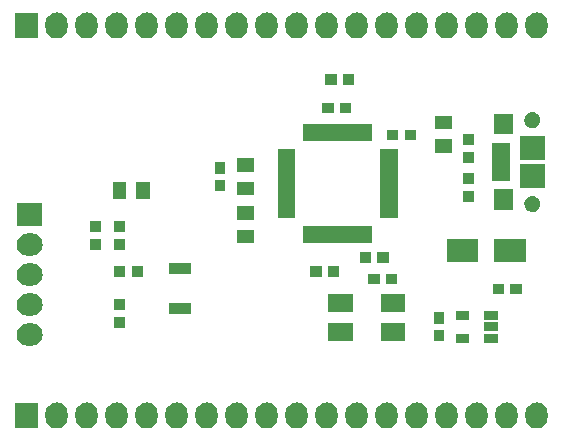
<source format=gts>
%TF.GenerationSoftware,KiCad,Pcbnew,4.0.5-e0-6337~49~ubuntu16.04.1*%
%TF.CreationDate,2017-08-05T13:29:44-07:00*%
%TF.ProjectId,atsamd21g18-breakout,617473616D6432316731382D62726561,1.0*%
%TF.FileFunction,Soldermask,Top*%
%FSLAX46Y46*%
G04 Gerber Fmt 4.6, Leading zero omitted, Abs format (unit mm)*
G04 Created by KiCad (PCBNEW 4.0.5-e0-6337~49~ubuntu16.04.1) date Sat Aug  5 13:29:44 2017*
%MOMM*%
%LPD*%
G01*
G04 APERTURE LIST*
%ADD10C,0.350000*%
G04 APERTURE END LIST*
D10*
G36*
X87818926Y-90361705D02*
X87818973Y-90361710D01*
X87994187Y-90415948D01*
X88155529Y-90503185D01*
X88296855Y-90620100D01*
X88412779Y-90762238D01*
X88498888Y-90924185D01*
X88551902Y-91099774D01*
X88569800Y-91282315D01*
X88569800Y-91597717D01*
X88569723Y-91608749D01*
X88569722Y-91608754D01*
X88569708Y-91610807D01*
X88549263Y-91793080D01*
X88493803Y-91967912D01*
X88405442Y-92128641D01*
X88287544Y-92269146D01*
X88144600Y-92384076D01*
X87982055Y-92469052D01*
X87806101Y-92520839D01*
X87806060Y-92520843D01*
X87806056Y-92520844D01*
X87623442Y-92537463D01*
X87441074Y-92518295D01*
X87441027Y-92518290D01*
X87265813Y-92464052D01*
X87104471Y-92376815D01*
X86963145Y-92259900D01*
X86847221Y-92117762D01*
X86761112Y-91955815D01*
X86708098Y-91780226D01*
X86690200Y-91597685D01*
X86690200Y-91282283D01*
X86690277Y-91271251D01*
X86690278Y-91271246D01*
X86690292Y-91269193D01*
X86710737Y-91086920D01*
X86766197Y-90912088D01*
X86854558Y-90751359D01*
X86972456Y-90610854D01*
X87115400Y-90495924D01*
X87277945Y-90410948D01*
X87453899Y-90359161D01*
X87453940Y-90359157D01*
X87453944Y-90359156D01*
X87636558Y-90342537D01*
X87818926Y-90361705D01*
X87818926Y-90361705D01*
G37*
G36*
X108138926Y-90361705D02*
X108138973Y-90361710D01*
X108314187Y-90415948D01*
X108475529Y-90503185D01*
X108616855Y-90620100D01*
X108732779Y-90762238D01*
X108818888Y-90924185D01*
X108871902Y-91099774D01*
X108889800Y-91282315D01*
X108889800Y-91597717D01*
X108889723Y-91608749D01*
X108889722Y-91608754D01*
X108889708Y-91610807D01*
X108869263Y-91793080D01*
X108813803Y-91967912D01*
X108725442Y-92128641D01*
X108607544Y-92269146D01*
X108464600Y-92384076D01*
X108302055Y-92469052D01*
X108126101Y-92520839D01*
X108126060Y-92520843D01*
X108126056Y-92520844D01*
X107943442Y-92537463D01*
X107761074Y-92518295D01*
X107761027Y-92518290D01*
X107585813Y-92464052D01*
X107424471Y-92376815D01*
X107283145Y-92259900D01*
X107167221Y-92117762D01*
X107081112Y-91955815D01*
X107028098Y-91780226D01*
X107010200Y-91597685D01*
X107010200Y-91282283D01*
X107010277Y-91271251D01*
X107010278Y-91271246D01*
X107010292Y-91269193D01*
X107030737Y-91086920D01*
X107086197Y-90912088D01*
X107174558Y-90751359D01*
X107292456Y-90610854D01*
X107435400Y-90495924D01*
X107597945Y-90410948D01*
X107773899Y-90359161D01*
X107773940Y-90359157D01*
X107773944Y-90359156D01*
X107956558Y-90342537D01*
X108138926Y-90361705D01*
X108138926Y-90361705D01*
G37*
G36*
X67498926Y-90361705D02*
X67498973Y-90361710D01*
X67674187Y-90415948D01*
X67835529Y-90503185D01*
X67976855Y-90620100D01*
X68092779Y-90762238D01*
X68178888Y-90924185D01*
X68231902Y-91099774D01*
X68249800Y-91282315D01*
X68249800Y-91597717D01*
X68249723Y-91608749D01*
X68249722Y-91608754D01*
X68249708Y-91610807D01*
X68229263Y-91793080D01*
X68173803Y-91967912D01*
X68085442Y-92128641D01*
X67967544Y-92269146D01*
X67824600Y-92384076D01*
X67662055Y-92469052D01*
X67486101Y-92520839D01*
X67486060Y-92520843D01*
X67486056Y-92520844D01*
X67303442Y-92537463D01*
X67121074Y-92518295D01*
X67121027Y-92518290D01*
X66945813Y-92464052D01*
X66784471Y-92376815D01*
X66643145Y-92259900D01*
X66527221Y-92117762D01*
X66441112Y-91955815D01*
X66388098Y-91780226D01*
X66370200Y-91597685D01*
X66370200Y-91282283D01*
X66370277Y-91271251D01*
X66370278Y-91271246D01*
X66370292Y-91269193D01*
X66390737Y-91086920D01*
X66446197Y-90912088D01*
X66534558Y-90751359D01*
X66652456Y-90610854D01*
X66795400Y-90495924D01*
X66957945Y-90410948D01*
X67133899Y-90359161D01*
X67133940Y-90359157D01*
X67133944Y-90359156D01*
X67316558Y-90342537D01*
X67498926Y-90361705D01*
X67498926Y-90361705D01*
G37*
G36*
X105598926Y-90361705D02*
X105598973Y-90361710D01*
X105774187Y-90415948D01*
X105935529Y-90503185D01*
X106076855Y-90620100D01*
X106192779Y-90762238D01*
X106278888Y-90924185D01*
X106331902Y-91099774D01*
X106349800Y-91282315D01*
X106349800Y-91597717D01*
X106349723Y-91608749D01*
X106349722Y-91608754D01*
X106349708Y-91610807D01*
X106329263Y-91793080D01*
X106273803Y-91967912D01*
X106185442Y-92128641D01*
X106067544Y-92269146D01*
X105924600Y-92384076D01*
X105762055Y-92469052D01*
X105586101Y-92520839D01*
X105586060Y-92520843D01*
X105586056Y-92520844D01*
X105403442Y-92537463D01*
X105221074Y-92518295D01*
X105221027Y-92518290D01*
X105045813Y-92464052D01*
X104884471Y-92376815D01*
X104743145Y-92259900D01*
X104627221Y-92117762D01*
X104541112Y-91955815D01*
X104488098Y-91780226D01*
X104470200Y-91597685D01*
X104470200Y-91282283D01*
X104470277Y-91271251D01*
X104470278Y-91271246D01*
X104470292Y-91269193D01*
X104490737Y-91086920D01*
X104546197Y-90912088D01*
X104634558Y-90751359D01*
X104752456Y-90610854D01*
X104895400Y-90495924D01*
X105057945Y-90410948D01*
X105233899Y-90359161D01*
X105233940Y-90359157D01*
X105233944Y-90359156D01*
X105416558Y-90342537D01*
X105598926Y-90361705D01*
X105598926Y-90361705D01*
G37*
G36*
X103058926Y-90361705D02*
X103058973Y-90361710D01*
X103234187Y-90415948D01*
X103395529Y-90503185D01*
X103536855Y-90620100D01*
X103652779Y-90762238D01*
X103738888Y-90924185D01*
X103791902Y-91099774D01*
X103809800Y-91282315D01*
X103809800Y-91597717D01*
X103809723Y-91608749D01*
X103809722Y-91608754D01*
X103809708Y-91610807D01*
X103789263Y-91793080D01*
X103733803Y-91967912D01*
X103645442Y-92128641D01*
X103527544Y-92269146D01*
X103384600Y-92384076D01*
X103222055Y-92469052D01*
X103046101Y-92520839D01*
X103046060Y-92520843D01*
X103046056Y-92520844D01*
X102863442Y-92537463D01*
X102681074Y-92518295D01*
X102681027Y-92518290D01*
X102505813Y-92464052D01*
X102344471Y-92376815D01*
X102203145Y-92259900D01*
X102087221Y-92117762D01*
X102001112Y-91955815D01*
X101948098Y-91780226D01*
X101930200Y-91597685D01*
X101930200Y-91282283D01*
X101930277Y-91271251D01*
X101930278Y-91271246D01*
X101930292Y-91269193D01*
X101950737Y-91086920D01*
X102006197Y-90912088D01*
X102094558Y-90751359D01*
X102212456Y-90610854D01*
X102355400Y-90495924D01*
X102517945Y-90410948D01*
X102693899Y-90359161D01*
X102693940Y-90359157D01*
X102693944Y-90359156D01*
X102876558Y-90342537D01*
X103058926Y-90361705D01*
X103058926Y-90361705D01*
G37*
G36*
X100518926Y-90361705D02*
X100518973Y-90361710D01*
X100694187Y-90415948D01*
X100855529Y-90503185D01*
X100996855Y-90620100D01*
X101112779Y-90762238D01*
X101198888Y-90924185D01*
X101251902Y-91099774D01*
X101269800Y-91282315D01*
X101269800Y-91597717D01*
X101269723Y-91608749D01*
X101269722Y-91608754D01*
X101269708Y-91610807D01*
X101249263Y-91793080D01*
X101193803Y-91967912D01*
X101105442Y-92128641D01*
X100987544Y-92269146D01*
X100844600Y-92384076D01*
X100682055Y-92469052D01*
X100506101Y-92520839D01*
X100506060Y-92520843D01*
X100506056Y-92520844D01*
X100323442Y-92537463D01*
X100141074Y-92518295D01*
X100141027Y-92518290D01*
X99965813Y-92464052D01*
X99804471Y-92376815D01*
X99663145Y-92259900D01*
X99547221Y-92117762D01*
X99461112Y-91955815D01*
X99408098Y-91780226D01*
X99390200Y-91597685D01*
X99390200Y-91282283D01*
X99390277Y-91271251D01*
X99390278Y-91271246D01*
X99390292Y-91269193D01*
X99410737Y-91086920D01*
X99466197Y-90912088D01*
X99554558Y-90751359D01*
X99672456Y-90610854D01*
X99815400Y-90495924D01*
X99977945Y-90410948D01*
X100153899Y-90359161D01*
X100153940Y-90359157D01*
X100153944Y-90359156D01*
X100336558Y-90342537D01*
X100518926Y-90361705D01*
X100518926Y-90361705D01*
G37*
G36*
X97978926Y-90361705D02*
X97978973Y-90361710D01*
X98154187Y-90415948D01*
X98315529Y-90503185D01*
X98456855Y-90620100D01*
X98572779Y-90762238D01*
X98658888Y-90924185D01*
X98711902Y-91099774D01*
X98729800Y-91282315D01*
X98729800Y-91597717D01*
X98729723Y-91608749D01*
X98729722Y-91608754D01*
X98729708Y-91610807D01*
X98709263Y-91793080D01*
X98653803Y-91967912D01*
X98565442Y-92128641D01*
X98447544Y-92269146D01*
X98304600Y-92384076D01*
X98142055Y-92469052D01*
X97966101Y-92520839D01*
X97966060Y-92520843D01*
X97966056Y-92520844D01*
X97783442Y-92537463D01*
X97601074Y-92518295D01*
X97601027Y-92518290D01*
X97425813Y-92464052D01*
X97264471Y-92376815D01*
X97123145Y-92259900D01*
X97007221Y-92117762D01*
X96921112Y-91955815D01*
X96868098Y-91780226D01*
X96850200Y-91597685D01*
X96850200Y-91282283D01*
X96850277Y-91271251D01*
X96850278Y-91271246D01*
X96850292Y-91269193D01*
X96870737Y-91086920D01*
X96926197Y-90912088D01*
X97014558Y-90751359D01*
X97132456Y-90610854D01*
X97275400Y-90495924D01*
X97437945Y-90410948D01*
X97613899Y-90359161D01*
X97613940Y-90359157D01*
X97613944Y-90359156D01*
X97796558Y-90342537D01*
X97978926Y-90361705D01*
X97978926Y-90361705D01*
G37*
G36*
X95438926Y-90361705D02*
X95438973Y-90361710D01*
X95614187Y-90415948D01*
X95775529Y-90503185D01*
X95916855Y-90620100D01*
X96032779Y-90762238D01*
X96118888Y-90924185D01*
X96171902Y-91099774D01*
X96189800Y-91282315D01*
X96189800Y-91597717D01*
X96189723Y-91608749D01*
X96189722Y-91608754D01*
X96189708Y-91610807D01*
X96169263Y-91793080D01*
X96113803Y-91967912D01*
X96025442Y-92128641D01*
X95907544Y-92269146D01*
X95764600Y-92384076D01*
X95602055Y-92469052D01*
X95426101Y-92520839D01*
X95426060Y-92520843D01*
X95426056Y-92520844D01*
X95243442Y-92537463D01*
X95061074Y-92518295D01*
X95061027Y-92518290D01*
X94885813Y-92464052D01*
X94724471Y-92376815D01*
X94583145Y-92259900D01*
X94467221Y-92117762D01*
X94381112Y-91955815D01*
X94328098Y-91780226D01*
X94310200Y-91597685D01*
X94310200Y-91282283D01*
X94310277Y-91271251D01*
X94310278Y-91271246D01*
X94310292Y-91269193D01*
X94330737Y-91086920D01*
X94386197Y-90912088D01*
X94474558Y-90751359D01*
X94592456Y-90610854D01*
X94735400Y-90495924D01*
X94897945Y-90410948D01*
X95073899Y-90359161D01*
X95073940Y-90359157D01*
X95073944Y-90359156D01*
X95256558Y-90342537D01*
X95438926Y-90361705D01*
X95438926Y-90361705D01*
G37*
G36*
X92898926Y-90361705D02*
X92898973Y-90361710D01*
X93074187Y-90415948D01*
X93235529Y-90503185D01*
X93376855Y-90620100D01*
X93492779Y-90762238D01*
X93578888Y-90924185D01*
X93631902Y-91099774D01*
X93649800Y-91282315D01*
X93649800Y-91597717D01*
X93649723Y-91608749D01*
X93649722Y-91608754D01*
X93649708Y-91610807D01*
X93629263Y-91793080D01*
X93573803Y-91967912D01*
X93485442Y-92128641D01*
X93367544Y-92269146D01*
X93224600Y-92384076D01*
X93062055Y-92469052D01*
X92886101Y-92520839D01*
X92886060Y-92520843D01*
X92886056Y-92520844D01*
X92703442Y-92537463D01*
X92521074Y-92518295D01*
X92521027Y-92518290D01*
X92345813Y-92464052D01*
X92184471Y-92376815D01*
X92043145Y-92259900D01*
X91927221Y-92117762D01*
X91841112Y-91955815D01*
X91788098Y-91780226D01*
X91770200Y-91597685D01*
X91770200Y-91282283D01*
X91770277Y-91271251D01*
X91770278Y-91271246D01*
X91770292Y-91269193D01*
X91790737Y-91086920D01*
X91846197Y-90912088D01*
X91934558Y-90751359D01*
X92052456Y-90610854D01*
X92195400Y-90495924D01*
X92357945Y-90410948D01*
X92533899Y-90359161D01*
X92533940Y-90359157D01*
X92533944Y-90359156D01*
X92716558Y-90342537D01*
X92898926Y-90361705D01*
X92898926Y-90361705D01*
G37*
G36*
X85278926Y-90361705D02*
X85278973Y-90361710D01*
X85454187Y-90415948D01*
X85615529Y-90503185D01*
X85756855Y-90620100D01*
X85872779Y-90762238D01*
X85958888Y-90924185D01*
X86011902Y-91099774D01*
X86029800Y-91282315D01*
X86029800Y-91597717D01*
X86029723Y-91608749D01*
X86029722Y-91608754D01*
X86029708Y-91610807D01*
X86009263Y-91793080D01*
X85953803Y-91967912D01*
X85865442Y-92128641D01*
X85747544Y-92269146D01*
X85604600Y-92384076D01*
X85442055Y-92469052D01*
X85266101Y-92520839D01*
X85266060Y-92520843D01*
X85266056Y-92520844D01*
X85083442Y-92537463D01*
X84901074Y-92518295D01*
X84901027Y-92518290D01*
X84725813Y-92464052D01*
X84564471Y-92376815D01*
X84423145Y-92259900D01*
X84307221Y-92117762D01*
X84221112Y-91955815D01*
X84168098Y-91780226D01*
X84150200Y-91597685D01*
X84150200Y-91282283D01*
X84150277Y-91271251D01*
X84150278Y-91271246D01*
X84150292Y-91269193D01*
X84170737Y-91086920D01*
X84226197Y-90912088D01*
X84314558Y-90751359D01*
X84432456Y-90610854D01*
X84575400Y-90495924D01*
X84737945Y-90410948D01*
X84913899Y-90359161D01*
X84913940Y-90359157D01*
X84913944Y-90359156D01*
X85096558Y-90342537D01*
X85278926Y-90361705D01*
X85278926Y-90361705D01*
G37*
G36*
X90358926Y-90361705D02*
X90358973Y-90361710D01*
X90534187Y-90415948D01*
X90695529Y-90503185D01*
X90836855Y-90620100D01*
X90952779Y-90762238D01*
X91038888Y-90924185D01*
X91091902Y-91099774D01*
X91109800Y-91282315D01*
X91109800Y-91597717D01*
X91109723Y-91608749D01*
X91109722Y-91608754D01*
X91109708Y-91610807D01*
X91089263Y-91793080D01*
X91033803Y-91967912D01*
X90945442Y-92128641D01*
X90827544Y-92269146D01*
X90684600Y-92384076D01*
X90522055Y-92469052D01*
X90346101Y-92520839D01*
X90346060Y-92520843D01*
X90346056Y-92520844D01*
X90163442Y-92537463D01*
X89981074Y-92518295D01*
X89981027Y-92518290D01*
X89805813Y-92464052D01*
X89644471Y-92376815D01*
X89503145Y-92259900D01*
X89387221Y-92117762D01*
X89301112Y-91955815D01*
X89248098Y-91780226D01*
X89230200Y-91597685D01*
X89230200Y-91282283D01*
X89230277Y-91271251D01*
X89230278Y-91271246D01*
X89230292Y-91269193D01*
X89250737Y-91086920D01*
X89306197Y-90912088D01*
X89394558Y-90751359D01*
X89512456Y-90610854D01*
X89655400Y-90495924D01*
X89817945Y-90410948D01*
X89993899Y-90359161D01*
X89993940Y-90359157D01*
X89993944Y-90359156D01*
X90176558Y-90342537D01*
X90358926Y-90361705D01*
X90358926Y-90361705D01*
G37*
G36*
X70038926Y-90361705D02*
X70038973Y-90361710D01*
X70214187Y-90415948D01*
X70375529Y-90503185D01*
X70516855Y-90620100D01*
X70632779Y-90762238D01*
X70718888Y-90924185D01*
X70771902Y-91099774D01*
X70789800Y-91282315D01*
X70789800Y-91597717D01*
X70789723Y-91608749D01*
X70789722Y-91608754D01*
X70789708Y-91610807D01*
X70769263Y-91793080D01*
X70713803Y-91967912D01*
X70625442Y-92128641D01*
X70507544Y-92269146D01*
X70364600Y-92384076D01*
X70202055Y-92469052D01*
X70026101Y-92520839D01*
X70026060Y-92520843D01*
X70026056Y-92520844D01*
X69843442Y-92537463D01*
X69661074Y-92518295D01*
X69661027Y-92518290D01*
X69485813Y-92464052D01*
X69324471Y-92376815D01*
X69183145Y-92259900D01*
X69067221Y-92117762D01*
X68981112Y-91955815D01*
X68928098Y-91780226D01*
X68910200Y-91597685D01*
X68910200Y-91282283D01*
X68910277Y-91271251D01*
X68910278Y-91271246D01*
X68910292Y-91269193D01*
X68930737Y-91086920D01*
X68986197Y-90912088D01*
X69074558Y-90751359D01*
X69192456Y-90610854D01*
X69335400Y-90495924D01*
X69497945Y-90410948D01*
X69673899Y-90359161D01*
X69673940Y-90359157D01*
X69673944Y-90359156D01*
X69856558Y-90342537D01*
X70038926Y-90361705D01*
X70038926Y-90361705D01*
G37*
G36*
X72578926Y-90361705D02*
X72578973Y-90361710D01*
X72754187Y-90415948D01*
X72915529Y-90503185D01*
X73056855Y-90620100D01*
X73172779Y-90762238D01*
X73258888Y-90924185D01*
X73311902Y-91099774D01*
X73329800Y-91282315D01*
X73329800Y-91597717D01*
X73329723Y-91608749D01*
X73329722Y-91608754D01*
X73329708Y-91610807D01*
X73309263Y-91793080D01*
X73253803Y-91967912D01*
X73165442Y-92128641D01*
X73047544Y-92269146D01*
X72904600Y-92384076D01*
X72742055Y-92469052D01*
X72566101Y-92520839D01*
X72566060Y-92520843D01*
X72566056Y-92520844D01*
X72383442Y-92537463D01*
X72201074Y-92518295D01*
X72201027Y-92518290D01*
X72025813Y-92464052D01*
X71864471Y-92376815D01*
X71723145Y-92259900D01*
X71607221Y-92117762D01*
X71521112Y-91955815D01*
X71468098Y-91780226D01*
X71450200Y-91597685D01*
X71450200Y-91282283D01*
X71450277Y-91271251D01*
X71450278Y-91271246D01*
X71450292Y-91269193D01*
X71470737Y-91086920D01*
X71526197Y-90912088D01*
X71614558Y-90751359D01*
X71732456Y-90610854D01*
X71875400Y-90495924D01*
X72037945Y-90410948D01*
X72213899Y-90359161D01*
X72213940Y-90359157D01*
X72213944Y-90359156D01*
X72396558Y-90342537D01*
X72578926Y-90361705D01*
X72578926Y-90361705D01*
G37*
G36*
X75118926Y-90361705D02*
X75118973Y-90361710D01*
X75294187Y-90415948D01*
X75455529Y-90503185D01*
X75596855Y-90620100D01*
X75712779Y-90762238D01*
X75798888Y-90924185D01*
X75851902Y-91099774D01*
X75869800Y-91282315D01*
X75869800Y-91597717D01*
X75869723Y-91608749D01*
X75869722Y-91608754D01*
X75869708Y-91610807D01*
X75849263Y-91793080D01*
X75793803Y-91967912D01*
X75705442Y-92128641D01*
X75587544Y-92269146D01*
X75444600Y-92384076D01*
X75282055Y-92469052D01*
X75106101Y-92520839D01*
X75106060Y-92520843D01*
X75106056Y-92520844D01*
X74923442Y-92537463D01*
X74741074Y-92518295D01*
X74741027Y-92518290D01*
X74565813Y-92464052D01*
X74404471Y-92376815D01*
X74263145Y-92259900D01*
X74147221Y-92117762D01*
X74061112Y-91955815D01*
X74008098Y-91780226D01*
X73990200Y-91597685D01*
X73990200Y-91282283D01*
X73990277Y-91271251D01*
X73990278Y-91271246D01*
X73990292Y-91269193D01*
X74010737Y-91086920D01*
X74066197Y-90912088D01*
X74154558Y-90751359D01*
X74272456Y-90610854D01*
X74415400Y-90495924D01*
X74577945Y-90410948D01*
X74753899Y-90359161D01*
X74753940Y-90359157D01*
X74753944Y-90359156D01*
X74936558Y-90342537D01*
X75118926Y-90361705D01*
X75118926Y-90361705D01*
G37*
G36*
X80198926Y-90361705D02*
X80198973Y-90361710D01*
X80374187Y-90415948D01*
X80535529Y-90503185D01*
X80676855Y-90620100D01*
X80792779Y-90762238D01*
X80878888Y-90924185D01*
X80931902Y-91099774D01*
X80949800Y-91282315D01*
X80949800Y-91597717D01*
X80949723Y-91608749D01*
X80949722Y-91608754D01*
X80949708Y-91610807D01*
X80929263Y-91793080D01*
X80873803Y-91967912D01*
X80785442Y-92128641D01*
X80667544Y-92269146D01*
X80524600Y-92384076D01*
X80362055Y-92469052D01*
X80186101Y-92520839D01*
X80186060Y-92520843D01*
X80186056Y-92520844D01*
X80003442Y-92537463D01*
X79821074Y-92518295D01*
X79821027Y-92518290D01*
X79645813Y-92464052D01*
X79484471Y-92376815D01*
X79343145Y-92259900D01*
X79227221Y-92117762D01*
X79141112Y-91955815D01*
X79088098Y-91780226D01*
X79070200Y-91597685D01*
X79070200Y-91282283D01*
X79070277Y-91271251D01*
X79070278Y-91271246D01*
X79070292Y-91269193D01*
X79090737Y-91086920D01*
X79146197Y-90912088D01*
X79234558Y-90751359D01*
X79352456Y-90610854D01*
X79495400Y-90495924D01*
X79657945Y-90410948D01*
X79833899Y-90359161D01*
X79833940Y-90359157D01*
X79833944Y-90359156D01*
X80016558Y-90342537D01*
X80198926Y-90361705D01*
X80198926Y-90361705D01*
G37*
G36*
X82738926Y-90361705D02*
X82738973Y-90361710D01*
X82914187Y-90415948D01*
X83075529Y-90503185D01*
X83216855Y-90620100D01*
X83332779Y-90762238D01*
X83418888Y-90924185D01*
X83471902Y-91099774D01*
X83489800Y-91282315D01*
X83489800Y-91597717D01*
X83489723Y-91608749D01*
X83489722Y-91608754D01*
X83489708Y-91610807D01*
X83469263Y-91793080D01*
X83413803Y-91967912D01*
X83325442Y-92128641D01*
X83207544Y-92269146D01*
X83064600Y-92384076D01*
X82902055Y-92469052D01*
X82726101Y-92520839D01*
X82726060Y-92520843D01*
X82726056Y-92520844D01*
X82543442Y-92537463D01*
X82361074Y-92518295D01*
X82361027Y-92518290D01*
X82185813Y-92464052D01*
X82024471Y-92376815D01*
X81883145Y-92259900D01*
X81767221Y-92117762D01*
X81681112Y-91955815D01*
X81628098Y-91780226D01*
X81610200Y-91597685D01*
X81610200Y-91282283D01*
X81610277Y-91271251D01*
X81610278Y-91271246D01*
X81610292Y-91269193D01*
X81630737Y-91086920D01*
X81686197Y-90912088D01*
X81774558Y-90751359D01*
X81892456Y-90610854D01*
X82035400Y-90495924D01*
X82197945Y-90410948D01*
X82373899Y-90359161D01*
X82373940Y-90359157D01*
X82373944Y-90359156D01*
X82556558Y-90342537D01*
X82738926Y-90361705D01*
X82738926Y-90361705D01*
G37*
G36*
X77658926Y-90361705D02*
X77658973Y-90361710D01*
X77834187Y-90415948D01*
X77995529Y-90503185D01*
X78136855Y-90620100D01*
X78252779Y-90762238D01*
X78338888Y-90924185D01*
X78391902Y-91099774D01*
X78409800Y-91282315D01*
X78409800Y-91597717D01*
X78409723Y-91608749D01*
X78409722Y-91608754D01*
X78409708Y-91610807D01*
X78389263Y-91793080D01*
X78333803Y-91967912D01*
X78245442Y-92128641D01*
X78127544Y-92269146D01*
X77984600Y-92384076D01*
X77822055Y-92469052D01*
X77646101Y-92520839D01*
X77646060Y-92520843D01*
X77646056Y-92520844D01*
X77463442Y-92537463D01*
X77281074Y-92518295D01*
X77281027Y-92518290D01*
X77105813Y-92464052D01*
X76944471Y-92376815D01*
X76803145Y-92259900D01*
X76687221Y-92117762D01*
X76601112Y-91955815D01*
X76548098Y-91780226D01*
X76530200Y-91597685D01*
X76530200Y-91282283D01*
X76530277Y-91271251D01*
X76530278Y-91271246D01*
X76530292Y-91269193D01*
X76550737Y-91086920D01*
X76606197Y-90912088D01*
X76694558Y-90751359D01*
X76812456Y-90610854D01*
X76955400Y-90495924D01*
X77117945Y-90410948D01*
X77293899Y-90359161D01*
X77293940Y-90359157D01*
X77293944Y-90359156D01*
X77476558Y-90342537D01*
X77658926Y-90361705D01*
X77658926Y-90361705D01*
G37*
G36*
X65709800Y-92532200D02*
X63830200Y-92532200D01*
X63830200Y-90347800D01*
X65709800Y-90347800D01*
X65709800Y-92532200D01*
X65709800Y-92532200D01*
G37*
G36*
X65192749Y-83642277D02*
X65192754Y-83642278D01*
X65194807Y-83642292D01*
X65377080Y-83662737D01*
X65551912Y-83718197D01*
X65712641Y-83806558D01*
X65853146Y-83924456D01*
X65968076Y-84067400D01*
X66053052Y-84229945D01*
X66104839Y-84405899D01*
X66104843Y-84405940D01*
X66104844Y-84405944D01*
X66121463Y-84588558D01*
X66103648Y-84758056D01*
X66102290Y-84770973D01*
X66048052Y-84946187D01*
X65960815Y-85107529D01*
X65843900Y-85248855D01*
X65701762Y-85364779D01*
X65539815Y-85450888D01*
X65364226Y-85503902D01*
X65181685Y-85521800D01*
X64866283Y-85521800D01*
X64855251Y-85521723D01*
X64855246Y-85521722D01*
X64853193Y-85521708D01*
X64670920Y-85501263D01*
X64496088Y-85445803D01*
X64335359Y-85357442D01*
X64194854Y-85239544D01*
X64079924Y-85096600D01*
X63994948Y-84934055D01*
X63943161Y-84758101D01*
X63943157Y-84758060D01*
X63943156Y-84758056D01*
X63926537Y-84575442D01*
X63945705Y-84393074D01*
X63945710Y-84393027D01*
X63999948Y-84217813D01*
X64087185Y-84056471D01*
X64204100Y-83915145D01*
X64346238Y-83799221D01*
X64508185Y-83713112D01*
X64683774Y-83660098D01*
X64866315Y-83642200D01*
X65181717Y-83642200D01*
X65192749Y-83642277D01*
X65192749Y-83642277D01*
G37*
G36*
X102246200Y-85307000D02*
X101093800Y-85307000D01*
X101093800Y-84554600D01*
X102246200Y-84554600D01*
X102246200Y-85307000D01*
X102246200Y-85307000D01*
G37*
G36*
X104646200Y-85307000D02*
X103493800Y-85307000D01*
X103493800Y-84554600D01*
X104646200Y-84554600D01*
X104646200Y-85307000D01*
X104646200Y-85307000D01*
G37*
G36*
X100146200Y-85161200D02*
X99243800Y-85161200D01*
X99243800Y-84208800D01*
X100146200Y-84208800D01*
X100146200Y-85161200D01*
X100146200Y-85161200D01*
G37*
G36*
X92372700Y-85155700D02*
X90315300Y-85155700D01*
X90315300Y-83606300D01*
X92372700Y-83606300D01*
X92372700Y-85155700D01*
X92372700Y-85155700D01*
G37*
G36*
X96843100Y-85155700D02*
X94785700Y-85155700D01*
X94785700Y-83606300D01*
X96843100Y-83606300D01*
X96843100Y-85155700D01*
X96843100Y-85155700D01*
G37*
G36*
X104646200Y-84317000D02*
X103493800Y-84317000D01*
X103493800Y-83564600D01*
X104646200Y-83564600D01*
X104646200Y-84317000D01*
X104646200Y-84317000D01*
G37*
G36*
X73095200Y-84030200D02*
X72192800Y-84030200D01*
X72192800Y-83077800D01*
X73095200Y-83077800D01*
X73095200Y-84030200D01*
X73095200Y-84030200D01*
G37*
G36*
X100146200Y-83661200D02*
X99243800Y-83661200D01*
X99243800Y-82708800D01*
X100146200Y-82708800D01*
X100146200Y-83661200D01*
X100146200Y-83661200D01*
G37*
G36*
X104646200Y-83327000D02*
X103493800Y-83327000D01*
X103493800Y-82574600D01*
X104646200Y-82574600D01*
X104646200Y-83327000D01*
X104646200Y-83327000D01*
G37*
G36*
X102246200Y-83327000D02*
X101093800Y-83327000D01*
X101093800Y-82574600D01*
X102246200Y-82574600D01*
X102246200Y-83327000D01*
X102246200Y-83327000D01*
G37*
G36*
X65192749Y-81102277D02*
X65192754Y-81102278D01*
X65194807Y-81102292D01*
X65377080Y-81122737D01*
X65551912Y-81178197D01*
X65712641Y-81266558D01*
X65853146Y-81384456D01*
X65968076Y-81527400D01*
X66053052Y-81689945D01*
X66104839Y-81865899D01*
X66104843Y-81865940D01*
X66104844Y-81865944D01*
X66121463Y-82048558D01*
X66103648Y-82218056D01*
X66102290Y-82230973D01*
X66048052Y-82406187D01*
X65960815Y-82567529D01*
X65843900Y-82708855D01*
X65701762Y-82824779D01*
X65539815Y-82910888D01*
X65364226Y-82963902D01*
X65181685Y-82981800D01*
X64866283Y-82981800D01*
X64855251Y-82981723D01*
X64855246Y-82981722D01*
X64853193Y-82981708D01*
X64670920Y-82961263D01*
X64496088Y-82905803D01*
X64335359Y-82817442D01*
X64194854Y-82699544D01*
X64079924Y-82556600D01*
X63994948Y-82394055D01*
X63943161Y-82218101D01*
X63943157Y-82218060D01*
X63943156Y-82218056D01*
X63926537Y-82035442D01*
X63945705Y-81853074D01*
X63945710Y-81853027D01*
X63999948Y-81677813D01*
X64087185Y-81516471D01*
X64204100Y-81375145D01*
X64346238Y-81259221D01*
X64508185Y-81173112D01*
X64683774Y-81120098D01*
X64866315Y-81102200D01*
X65181717Y-81102200D01*
X65192749Y-81102277D01*
X65192749Y-81102277D01*
G37*
G36*
X78650200Y-82870200D02*
X76797800Y-82870200D01*
X76797800Y-81917800D01*
X78650200Y-81917800D01*
X78650200Y-82870200D01*
X78650200Y-82870200D01*
G37*
G36*
X96843100Y-82666500D02*
X94785700Y-82666500D01*
X94785700Y-81117100D01*
X96843100Y-81117100D01*
X96843100Y-82666500D01*
X96843100Y-82666500D01*
G37*
G36*
X92372700Y-82666500D02*
X90315300Y-82666500D01*
X90315300Y-81117100D01*
X92372700Y-81117100D01*
X92372700Y-82666500D01*
X92372700Y-82666500D01*
G37*
G36*
X73095200Y-82530200D02*
X72192800Y-82530200D01*
X72192800Y-81577800D01*
X73095200Y-81577800D01*
X73095200Y-82530200D01*
X73095200Y-82530200D01*
G37*
G36*
X105173600Y-81197800D02*
X104221200Y-81197800D01*
X104221200Y-80295400D01*
X105173600Y-80295400D01*
X105173600Y-81197800D01*
X105173600Y-81197800D01*
G37*
G36*
X106673600Y-81197800D02*
X105721200Y-81197800D01*
X105721200Y-80295400D01*
X106673600Y-80295400D01*
X106673600Y-81197800D01*
X106673600Y-81197800D01*
G37*
G36*
X65192749Y-78562277D02*
X65192754Y-78562278D01*
X65194807Y-78562292D01*
X65377080Y-78582737D01*
X65551912Y-78638197D01*
X65712641Y-78726558D01*
X65853146Y-78844456D01*
X65968076Y-78987400D01*
X66053052Y-79149945D01*
X66104839Y-79325899D01*
X66104843Y-79325940D01*
X66104844Y-79325944D01*
X66121463Y-79508558D01*
X66103648Y-79678056D01*
X66102290Y-79690973D01*
X66048052Y-79866187D01*
X65960815Y-80027529D01*
X65843900Y-80168855D01*
X65701762Y-80284779D01*
X65539815Y-80370888D01*
X65364226Y-80423902D01*
X65181685Y-80441800D01*
X64866283Y-80441800D01*
X64855251Y-80441723D01*
X64855246Y-80441722D01*
X64853193Y-80441708D01*
X64670920Y-80421263D01*
X64496088Y-80365803D01*
X64335359Y-80277442D01*
X64194854Y-80159544D01*
X64079924Y-80016600D01*
X63994948Y-79854055D01*
X63943161Y-79678101D01*
X63943157Y-79678060D01*
X63943156Y-79678056D01*
X63926537Y-79495442D01*
X63945705Y-79313074D01*
X63945710Y-79313027D01*
X63999948Y-79137813D01*
X64087185Y-78976471D01*
X64204100Y-78835145D01*
X64346238Y-78719221D01*
X64508185Y-78633112D01*
X64683774Y-78580098D01*
X64866315Y-78562200D01*
X65181717Y-78562200D01*
X65192749Y-78562277D01*
X65192749Y-78562277D01*
G37*
G36*
X94670200Y-80343000D02*
X93717800Y-80343000D01*
X93717800Y-79440600D01*
X94670200Y-79440600D01*
X94670200Y-80343000D01*
X94670200Y-80343000D01*
G37*
G36*
X96170200Y-80343000D02*
X95217800Y-80343000D01*
X95217800Y-79440600D01*
X96170200Y-79440600D01*
X96170200Y-80343000D01*
X96170200Y-80343000D01*
G37*
G36*
X74644200Y-79699200D02*
X73691800Y-79699200D01*
X73691800Y-78796800D01*
X74644200Y-78796800D01*
X74644200Y-79699200D01*
X74644200Y-79699200D01*
G37*
G36*
X73144200Y-79699200D02*
X72191800Y-79699200D01*
X72191800Y-78796800D01*
X73144200Y-78796800D01*
X73144200Y-79699200D01*
X73144200Y-79699200D01*
G37*
G36*
X89757200Y-79699200D02*
X88804800Y-79699200D01*
X88804800Y-78796800D01*
X89757200Y-78796800D01*
X89757200Y-79699200D01*
X89757200Y-79699200D01*
G37*
G36*
X91257200Y-79699200D02*
X90304800Y-79699200D01*
X90304800Y-78796800D01*
X91257200Y-78796800D01*
X91257200Y-79699200D01*
X91257200Y-79699200D01*
G37*
G36*
X78650200Y-79470200D02*
X76797800Y-79470200D01*
X76797800Y-78517800D01*
X78650200Y-78517800D01*
X78650200Y-79470200D01*
X78650200Y-79470200D01*
G37*
G36*
X93920200Y-78543000D02*
X92967800Y-78543000D01*
X92967800Y-77640600D01*
X93920200Y-77640600D01*
X93920200Y-78543000D01*
X93920200Y-78543000D01*
G37*
G36*
X95420200Y-78543000D02*
X94467800Y-78543000D01*
X94467800Y-77640600D01*
X95420200Y-77640600D01*
X95420200Y-78543000D01*
X95420200Y-78543000D01*
G37*
G36*
X107025440Y-78472030D02*
X104373680Y-78472030D01*
X104373680Y-76518770D01*
X107025440Y-76518770D01*
X107025440Y-78472030D01*
X107025440Y-78472030D01*
G37*
G36*
X103027480Y-78472030D02*
X100375720Y-78472030D01*
X100375720Y-76518770D01*
X103027480Y-76518770D01*
X103027480Y-78472030D01*
X103027480Y-78472030D01*
G37*
G36*
X65192749Y-76022277D02*
X65192754Y-76022278D01*
X65194807Y-76022292D01*
X65377080Y-76042737D01*
X65551912Y-76098197D01*
X65712641Y-76186558D01*
X65853146Y-76304456D01*
X65968076Y-76447400D01*
X66053052Y-76609945D01*
X66104839Y-76785899D01*
X66104843Y-76785940D01*
X66104844Y-76785944D01*
X66121463Y-76968558D01*
X66103648Y-77138056D01*
X66102290Y-77150973D01*
X66048052Y-77326187D01*
X65960815Y-77487529D01*
X65843900Y-77628855D01*
X65701762Y-77744779D01*
X65539815Y-77830888D01*
X65364226Y-77883902D01*
X65181685Y-77901800D01*
X64866283Y-77901800D01*
X64855251Y-77901723D01*
X64855246Y-77901722D01*
X64853193Y-77901708D01*
X64670920Y-77881263D01*
X64496088Y-77825803D01*
X64335359Y-77737442D01*
X64194854Y-77619544D01*
X64079924Y-77476600D01*
X63994948Y-77314055D01*
X63943161Y-77138101D01*
X63943157Y-77138060D01*
X63943156Y-77138056D01*
X63926537Y-76955442D01*
X63945705Y-76773074D01*
X63945710Y-76773027D01*
X63999948Y-76597813D01*
X64087185Y-76436471D01*
X64204100Y-76295145D01*
X64346238Y-76179221D01*
X64508185Y-76093112D01*
X64683774Y-76040098D01*
X64866315Y-76022200D01*
X65181717Y-76022200D01*
X65192749Y-76022277D01*
X65192749Y-76022277D01*
G37*
G36*
X71063200Y-77426200D02*
X70160800Y-77426200D01*
X70160800Y-76473800D01*
X71063200Y-76473800D01*
X71063200Y-77426200D01*
X71063200Y-77426200D01*
G37*
G36*
X73095200Y-77414200D02*
X72192800Y-77414200D01*
X72192800Y-76461800D01*
X73095200Y-76461800D01*
X73095200Y-77414200D01*
X73095200Y-77414200D01*
G37*
G36*
X94054200Y-76875400D02*
X88151800Y-76875400D01*
X88151800Y-75423000D01*
X94054200Y-75423000D01*
X94054200Y-76875400D01*
X94054200Y-76875400D01*
G37*
G36*
X84013200Y-76871200D02*
X82610800Y-76871200D01*
X82610800Y-75718800D01*
X84013200Y-75718800D01*
X84013200Y-76871200D01*
X84013200Y-76871200D01*
G37*
G36*
X71063200Y-75926200D02*
X70160800Y-75926200D01*
X70160800Y-74973800D01*
X71063200Y-74973800D01*
X71063200Y-75926200D01*
X71063200Y-75926200D01*
G37*
G36*
X73095200Y-75914200D02*
X72192800Y-75914200D01*
X72192800Y-74961800D01*
X73095200Y-74961800D01*
X73095200Y-75914200D01*
X73095200Y-75914200D01*
G37*
G36*
X66116200Y-75361800D02*
X63931800Y-75361800D01*
X63931800Y-73482200D01*
X66116200Y-73482200D01*
X66116200Y-75361800D01*
X66116200Y-75361800D01*
G37*
G36*
X84013200Y-74871200D02*
X82610800Y-74871200D01*
X82610800Y-73718800D01*
X84013200Y-73718800D01*
X84013200Y-74871200D01*
X84013200Y-74871200D01*
G37*
G36*
X96179200Y-74750400D02*
X94726800Y-74750400D01*
X94726800Y-68848000D01*
X96179200Y-68848000D01*
X96179200Y-74750400D01*
X96179200Y-74750400D01*
G37*
G36*
X87479200Y-74750400D02*
X86026800Y-74750400D01*
X86026800Y-68848000D01*
X87479200Y-68848000D01*
X87479200Y-74750400D01*
X87479200Y-74750400D01*
G37*
G36*
X107665428Y-72845048D02*
X107795322Y-72871712D01*
X107917577Y-72923103D01*
X108027515Y-72997257D01*
X108120952Y-73091349D01*
X108194341Y-73201808D01*
X108244875Y-73324412D01*
X108270562Y-73454141D01*
X108270562Y-73454156D01*
X108270629Y-73454495D01*
X108268514Y-73605960D01*
X108268438Y-73606294D01*
X108268438Y-73606307D01*
X108239136Y-73735278D01*
X108185201Y-73856419D01*
X108108759Y-73964782D01*
X108012726Y-74056233D01*
X107900760Y-74127289D01*
X107777122Y-74175245D01*
X107646531Y-74198272D01*
X107513947Y-74195494D01*
X107384431Y-74167019D01*
X107262910Y-74113927D01*
X107154021Y-74038247D01*
X107061902Y-73942856D01*
X106990065Y-73831386D01*
X106941246Y-73708084D01*
X106917309Y-73577659D01*
X106919160Y-73445061D01*
X106946732Y-73315346D01*
X106998971Y-73193461D01*
X107073893Y-73084042D01*
X107168641Y-72991258D01*
X107279599Y-72918648D01*
X107402557Y-72868970D01*
X107532815Y-72844123D01*
X107665428Y-72845048D01*
X107665428Y-72845048D01*
G37*
G36*
X105920600Y-74047000D02*
X104368200Y-74047000D01*
X104368200Y-72294600D01*
X105920600Y-72294600D01*
X105920600Y-74047000D01*
X105920600Y-74047000D01*
G37*
G36*
X102610000Y-73375600D02*
X101707600Y-73375600D01*
X101707600Y-72423200D01*
X102610000Y-72423200D01*
X102610000Y-73375600D01*
X102610000Y-73375600D01*
G37*
G36*
X73220200Y-73091200D02*
X72067800Y-73091200D01*
X72067800Y-71688800D01*
X73220200Y-71688800D01*
X73220200Y-73091200D01*
X73220200Y-73091200D01*
G37*
G36*
X75220200Y-73091200D02*
X74067800Y-73091200D01*
X74067800Y-71688800D01*
X75220200Y-71688800D01*
X75220200Y-73091200D01*
X75220200Y-73091200D01*
G37*
G36*
X84013200Y-72807200D02*
X82610800Y-72807200D01*
X82610800Y-71654800D01*
X84013200Y-71654800D01*
X84013200Y-72807200D01*
X84013200Y-72807200D01*
G37*
G36*
X81604200Y-72473200D02*
X80701800Y-72473200D01*
X80701800Y-71520800D01*
X81604200Y-71520800D01*
X81604200Y-72473200D01*
X81604200Y-72473200D01*
G37*
G36*
X108620600Y-72197000D02*
X106568200Y-72197000D01*
X106568200Y-70144600D01*
X108620600Y-70144600D01*
X108620600Y-72197000D01*
X108620600Y-72197000D01*
G37*
G36*
X102610000Y-71875600D02*
X101707600Y-71875600D01*
X101707600Y-70923200D01*
X102610000Y-70923200D01*
X102610000Y-71875600D01*
X102610000Y-71875600D01*
G37*
G36*
X105670600Y-71547000D02*
X104168200Y-71547000D01*
X104168200Y-68394600D01*
X105670600Y-68394600D01*
X105670600Y-71547000D01*
X105670600Y-71547000D01*
G37*
G36*
X81604200Y-70973200D02*
X80701800Y-70973200D01*
X80701800Y-70020800D01*
X81604200Y-70020800D01*
X81604200Y-70973200D01*
X81604200Y-70973200D01*
G37*
G36*
X84013200Y-70807200D02*
X82610800Y-70807200D01*
X82610800Y-69654800D01*
X84013200Y-69654800D01*
X84013200Y-70807200D01*
X84013200Y-70807200D01*
G37*
G36*
X102610000Y-70046800D02*
X101707600Y-70046800D01*
X101707600Y-69094400D01*
X102610000Y-69094400D01*
X102610000Y-70046800D01*
X102610000Y-70046800D01*
G37*
G36*
X108620600Y-69797000D02*
X106568200Y-69797000D01*
X106568200Y-67744600D01*
X108620600Y-67744600D01*
X108620600Y-69797000D01*
X108620600Y-69797000D01*
G37*
G36*
X100777200Y-69225800D02*
X99374800Y-69225800D01*
X99374800Y-68073400D01*
X100777200Y-68073400D01*
X100777200Y-69225800D01*
X100777200Y-69225800D01*
G37*
G36*
X102610000Y-68546800D02*
X101707600Y-68546800D01*
X101707600Y-67594400D01*
X102610000Y-67594400D01*
X102610000Y-68546800D01*
X102610000Y-68546800D01*
G37*
G36*
X94054200Y-68175400D02*
X88151800Y-68175400D01*
X88151800Y-66723000D01*
X94054200Y-66723000D01*
X94054200Y-68175400D01*
X94054200Y-68175400D01*
G37*
G36*
X97734200Y-68142200D02*
X96781800Y-68142200D01*
X96781800Y-67239800D01*
X97734200Y-67239800D01*
X97734200Y-68142200D01*
X97734200Y-68142200D01*
G37*
G36*
X96234200Y-68142200D02*
X95281800Y-68142200D01*
X95281800Y-67239800D01*
X96234200Y-67239800D01*
X96234200Y-68142200D01*
X96234200Y-68142200D01*
G37*
G36*
X105920600Y-67647000D02*
X104368200Y-67647000D01*
X104368200Y-65894600D01*
X105920600Y-65894600D01*
X105920600Y-67647000D01*
X105920600Y-67647000D01*
G37*
G36*
X100777200Y-67225800D02*
X99374800Y-67225800D01*
X99374800Y-66073400D01*
X100777200Y-66073400D01*
X100777200Y-67225800D01*
X100777200Y-67225800D01*
G37*
G36*
X107665428Y-65745048D02*
X107795322Y-65771712D01*
X107917577Y-65823103D01*
X108027515Y-65897257D01*
X108120952Y-65991349D01*
X108194341Y-66101808D01*
X108244875Y-66224412D01*
X108270562Y-66354141D01*
X108270562Y-66354156D01*
X108270629Y-66354495D01*
X108268514Y-66505960D01*
X108268438Y-66506294D01*
X108268438Y-66506307D01*
X108239136Y-66635278D01*
X108185201Y-66756419D01*
X108108759Y-66864782D01*
X108012726Y-66956233D01*
X107900760Y-67027289D01*
X107777122Y-67075245D01*
X107646531Y-67098272D01*
X107513947Y-67095494D01*
X107384431Y-67067019D01*
X107262910Y-67013927D01*
X107154021Y-66938247D01*
X107061902Y-66842856D01*
X106990065Y-66731386D01*
X106941246Y-66608084D01*
X106917309Y-66477659D01*
X106919160Y-66345061D01*
X106946732Y-66215346D01*
X106998971Y-66093461D01*
X107073893Y-65984042D01*
X107168641Y-65891258D01*
X107279599Y-65818648D01*
X107402557Y-65768970D01*
X107532815Y-65744123D01*
X107665428Y-65745048D01*
X107665428Y-65745048D01*
G37*
G36*
X92273200Y-65856200D02*
X91320800Y-65856200D01*
X91320800Y-64953800D01*
X92273200Y-64953800D01*
X92273200Y-65856200D01*
X92273200Y-65856200D01*
G37*
G36*
X90773200Y-65856200D02*
X89820800Y-65856200D01*
X89820800Y-64953800D01*
X90773200Y-64953800D01*
X90773200Y-65856200D01*
X90773200Y-65856200D01*
G37*
G36*
X91027200Y-63443200D02*
X90074800Y-63443200D01*
X90074800Y-62540800D01*
X91027200Y-62540800D01*
X91027200Y-63443200D01*
X91027200Y-63443200D01*
G37*
G36*
X92527200Y-63443200D02*
X91574800Y-63443200D01*
X91574800Y-62540800D01*
X92527200Y-62540800D01*
X92527200Y-63443200D01*
X92527200Y-63443200D01*
G37*
G36*
X85278926Y-57341705D02*
X85278973Y-57341710D01*
X85454187Y-57395948D01*
X85615529Y-57483185D01*
X85756855Y-57600100D01*
X85872779Y-57742238D01*
X85958888Y-57904185D01*
X86011902Y-58079774D01*
X86029800Y-58262315D01*
X86029800Y-58577717D01*
X86029723Y-58588749D01*
X86029722Y-58588754D01*
X86029708Y-58590807D01*
X86009263Y-58773080D01*
X85953803Y-58947912D01*
X85865442Y-59108641D01*
X85747544Y-59249146D01*
X85604600Y-59364076D01*
X85442055Y-59449052D01*
X85266101Y-59500839D01*
X85266060Y-59500843D01*
X85266056Y-59500844D01*
X85083442Y-59517463D01*
X84901074Y-59498295D01*
X84901027Y-59498290D01*
X84725813Y-59444052D01*
X84564471Y-59356815D01*
X84423145Y-59239900D01*
X84307221Y-59097762D01*
X84221112Y-58935815D01*
X84168098Y-58760226D01*
X84150200Y-58577685D01*
X84150200Y-58262283D01*
X84150277Y-58251251D01*
X84150278Y-58251246D01*
X84150292Y-58249193D01*
X84170737Y-58066920D01*
X84226197Y-57892088D01*
X84314558Y-57731359D01*
X84432456Y-57590854D01*
X84575400Y-57475924D01*
X84737945Y-57390948D01*
X84913899Y-57339161D01*
X84913940Y-57339157D01*
X84913944Y-57339156D01*
X85096558Y-57322537D01*
X85278926Y-57341705D01*
X85278926Y-57341705D01*
G37*
G36*
X95438926Y-57341705D02*
X95438973Y-57341710D01*
X95614187Y-57395948D01*
X95775529Y-57483185D01*
X95916855Y-57600100D01*
X96032779Y-57742238D01*
X96118888Y-57904185D01*
X96171902Y-58079774D01*
X96189800Y-58262315D01*
X96189800Y-58577717D01*
X96189723Y-58588749D01*
X96189722Y-58588754D01*
X96189708Y-58590807D01*
X96169263Y-58773080D01*
X96113803Y-58947912D01*
X96025442Y-59108641D01*
X95907544Y-59249146D01*
X95764600Y-59364076D01*
X95602055Y-59449052D01*
X95426101Y-59500839D01*
X95426060Y-59500843D01*
X95426056Y-59500844D01*
X95243442Y-59517463D01*
X95061074Y-59498295D01*
X95061027Y-59498290D01*
X94885813Y-59444052D01*
X94724471Y-59356815D01*
X94583145Y-59239900D01*
X94467221Y-59097762D01*
X94381112Y-58935815D01*
X94328098Y-58760226D01*
X94310200Y-58577685D01*
X94310200Y-58262283D01*
X94310277Y-58251251D01*
X94310278Y-58251246D01*
X94310292Y-58249193D01*
X94330737Y-58066920D01*
X94386197Y-57892088D01*
X94474558Y-57731359D01*
X94592456Y-57590854D01*
X94735400Y-57475924D01*
X94897945Y-57390948D01*
X95073899Y-57339161D01*
X95073940Y-57339157D01*
X95073944Y-57339156D01*
X95256558Y-57322537D01*
X95438926Y-57341705D01*
X95438926Y-57341705D01*
G37*
G36*
X82738926Y-57341705D02*
X82738973Y-57341710D01*
X82914187Y-57395948D01*
X83075529Y-57483185D01*
X83216855Y-57600100D01*
X83332779Y-57742238D01*
X83418888Y-57904185D01*
X83471902Y-58079774D01*
X83489800Y-58262315D01*
X83489800Y-58577717D01*
X83489723Y-58588749D01*
X83489722Y-58588754D01*
X83489708Y-58590807D01*
X83469263Y-58773080D01*
X83413803Y-58947912D01*
X83325442Y-59108641D01*
X83207544Y-59249146D01*
X83064600Y-59364076D01*
X82902055Y-59449052D01*
X82726101Y-59500839D01*
X82726060Y-59500843D01*
X82726056Y-59500844D01*
X82543442Y-59517463D01*
X82361074Y-59498295D01*
X82361027Y-59498290D01*
X82185813Y-59444052D01*
X82024471Y-59356815D01*
X81883145Y-59239900D01*
X81767221Y-59097762D01*
X81681112Y-58935815D01*
X81628098Y-58760226D01*
X81610200Y-58577685D01*
X81610200Y-58262283D01*
X81610277Y-58251251D01*
X81610278Y-58251246D01*
X81610292Y-58249193D01*
X81630737Y-58066920D01*
X81686197Y-57892088D01*
X81774558Y-57731359D01*
X81892456Y-57590854D01*
X82035400Y-57475924D01*
X82197945Y-57390948D01*
X82373899Y-57339161D01*
X82373940Y-57339157D01*
X82373944Y-57339156D01*
X82556558Y-57322537D01*
X82738926Y-57341705D01*
X82738926Y-57341705D01*
G37*
G36*
X80198926Y-57341705D02*
X80198973Y-57341710D01*
X80374187Y-57395948D01*
X80535529Y-57483185D01*
X80676855Y-57600100D01*
X80792779Y-57742238D01*
X80878888Y-57904185D01*
X80931902Y-58079774D01*
X80949800Y-58262315D01*
X80949800Y-58577717D01*
X80949723Y-58588749D01*
X80949722Y-58588754D01*
X80949708Y-58590807D01*
X80929263Y-58773080D01*
X80873803Y-58947912D01*
X80785442Y-59108641D01*
X80667544Y-59249146D01*
X80524600Y-59364076D01*
X80362055Y-59449052D01*
X80186101Y-59500839D01*
X80186060Y-59500843D01*
X80186056Y-59500844D01*
X80003442Y-59517463D01*
X79821074Y-59498295D01*
X79821027Y-59498290D01*
X79645813Y-59444052D01*
X79484471Y-59356815D01*
X79343145Y-59239900D01*
X79227221Y-59097762D01*
X79141112Y-58935815D01*
X79088098Y-58760226D01*
X79070200Y-58577685D01*
X79070200Y-58262283D01*
X79070277Y-58251251D01*
X79070278Y-58251246D01*
X79070292Y-58249193D01*
X79090737Y-58066920D01*
X79146197Y-57892088D01*
X79234558Y-57731359D01*
X79352456Y-57590854D01*
X79495400Y-57475924D01*
X79657945Y-57390948D01*
X79833899Y-57339161D01*
X79833940Y-57339157D01*
X79833944Y-57339156D01*
X80016558Y-57322537D01*
X80198926Y-57341705D01*
X80198926Y-57341705D01*
G37*
G36*
X75118926Y-57341705D02*
X75118973Y-57341710D01*
X75294187Y-57395948D01*
X75455529Y-57483185D01*
X75596855Y-57600100D01*
X75712779Y-57742238D01*
X75798888Y-57904185D01*
X75851902Y-58079774D01*
X75869800Y-58262315D01*
X75869800Y-58577717D01*
X75869723Y-58588749D01*
X75869722Y-58588754D01*
X75869708Y-58590807D01*
X75849263Y-58773080D01*
X75793803Y-58947912D01*
X75705442Y-59108641D01*
X75587544Y-59249146D01*
X75444600Y-59364076D01*
X75282055Y-59449052D01*
X75106101Y-59500839D01*
X75106060Y-59500843D01*
X75106056Y-59500844D01*
X74923442Y-59517463D01*
X74741074Y-59498295D01*
X74741027Y-59498290D01*
X74565813Y-59444052D01*
X74404471Y-59356815D01*
X74263145Y-59239900D01*
X74147221Y-59097762D01*
X74061112Y-58935815D01*
X74008098Y-58760226D01*
X73990200Y-58577685D01*
X73990200Y-58262283D01*
X73990277Y-58251251D01*
X73990278Y-58251246D01*
X73990292Y-58249193D01*
X74010737Y-58066920D01*
X74066197Y-57892088D01*
X74154558Y-57731359D01*
X74272456Y-57590854D01*
X74415400Y-57475924D01*
X74577945Y-57390948D01*
X74753899Y-57339161D01*
X74753940Y-57339157D01*
X74753944Y-57339156D01*
X74936558Y-57322537D01*
X75118926Y-57341705D01*
X75118926Y-57341705D01*
G37*
G36*
X108138926Y-57341705D02*
X108138973Y-57341710D01*
X108314187Y-57395948D01*
X108475529Y-57483185D01*
X108616855Y-57600100D01*
X108732779Y-57742238D01*
X108818888Y-57904185D01*
X108871902Y-58079774D01*
X108889800Y-58262315D01*
X108889800Y-58577717D01*
X108889723Y-58588749D01*
X108889722Y-58588754D01*
X108889708Y-58590807D01*
X108869263Y-58773080D01*
X108813803Y-58947912D01*
X108725442Y-59108641D01*
X108607544Y-59249146D01*
X108464600Y-59364076D01*
X108302055Y-59449052D01*
X108126101Y-59500839D01*
X108126060Y-59500843D01*
X108126056Y-59500844D01*
X107943442Y-59517463D01*
X107761074Y-59498295D01*
X107761027Y-59498290D01*
X107585813Y-59444052D01*
X107424471Y-59356815D01*
X107283145Y-59239900D01*
X107167221Y-59097762D01*
X107081112Y-58935815D01*
X107028098Y-58760226D01*
X107010200Y-58577685D01*
X107010200Y-58262283D01*
X107010277Y-58251251D01*
X107010278Y-58251246D01*
X107010292Y-58249193D01*
X107030737Y-58066920D01*
X107086197Y-57892088D01*
X107174558Y-57731359D01*
X107292456Y-57590854D01*
X107435400Y-57475924D01*
X107597945Y-57390948D01*
X107773899Y-57339161D01*
X107773940Y-57339157D01*
X107773944Y-57339156D01*
X107956558Y-57322537D01*
X108138926Y-57341705D01*
X108138926Y-57341705D01*
G37*
G36*
X87818926Y-57341705D02*
X87818973Y-57341710D01*
X87994187Y-57395948D01*
X88155529Y-57483185D01*
X88296855Y-57600100D01*
X88412779Y-57742238D01*
X88498888Y-57904185D01*
X88551902Y-58079774D01*
X88569800Y-58262315D01*
X88569800Y-58577717D01*
X88569723Y-58588749D01*
X88569722Y-58588754D01*
X88569708Y-58590807D01*
X88549263Y-58773080D01*
X88493803Y-58947912D01*
X88405442Y-59108641D01*
X88287544Y-59249146D01*
X88144600Y-59364076D01*
X87982055Y-59449052D01*
X87806101Y-59500839D01*
X87806060Y-59500843D01*
X87806056Y-59500844D01*
X87623442Y-59517463D01*
X87441074Y-59498295D01*
X87441027Y-59498290D01*
X87265813Y-59444052D01*
X87104471Y-59356815D01*
X86963145Y-59239900D01*
X86847221Y-59097762D01*
X86761112Y-58935815D01*
X86708098Y-58760226D01*
X86690200Y-58577685D01*
X86690200Y-58262283D01*
X86690277Y-58251251D01*
X86690278Y-58251246D01*
X86690292Y-58249193D01*
X86710737Y-58066920D01*
X86766197Y-57892088D01*
X86854558Y-57731359D01*
X86972456Y-57590854D01*
X87115400Y-57475924D01*
X87277945Y-57390948D01*
X87453899Y-57339161D01*
X87453940Y-57339157D01*
X87453944Y-57339156D01*
X87636558Y-57322537D01*
X87818926Y-57341705D01*
X87818926Y-57341705D01*
G37*
G36*
X72578926Y-57341705D02*
X72578973Y-57341710D01*
X72754187Y-57395948D01*
X72915529Y-57483185D01*
X73056855Y-57600100D01*
X73172779Y-57742238D01*
X73258888Y-57904185D01*
X73311902Y-58079774D01*
X73329800Y-58262315D01*
X73329800Y-58577717D01*
X73329723Y-58588749D01*
X73329722Y-58588754D01*
X73329708Y-58590807D01*
X73309263Y-58773080D01*
X73253803Y-58947912D01*
X73165442Y-59108641D01*
X73047544Y-59249146D01*
X72904600Y-59364076D01*
X72742055Y-59449052D01*
X72566101Y-59500839D01*
X72566060Y-59500843D01*
X72566056Y-59500844D01*
X72383442Y-59517463D01*
X72201074Y-59498295D01*
X72201027Y-59498290D01*
X72025813Y-59444052D01*
X71864471Y-59356815D01*
X71723145Y-59239900D01*
X71607221Y-59097762D01*
X71521112Y-58935815D01*
X71468098Y-58760226D01*
X71450200Y-58577685D01*
X71450200Y-58262283D01*
X71450277Y-58251251D01*
X71450278Y-58251246D01*
X71450292Y-58249193D01*
X71470737Y-58066920D01*
X71526197Y-57892088D01*
X71614558Y-57731359D01*
X71732456Y-57590854D01*
X71875400Y-57475924D01*
X72037945Y-57390948D01*
X72213899Y-57339161D01*
X72213940Y-57339157D01*
X72213944Y-57339156D01*
X72396558Y-57322537D01*
X72578926Y-57341705D01*
X72578926Y-57341705D01*
G37*
G36*
X70038926Y-57341705D02*
X70038973Y-57341710D01*
X70214187Y-57395948D01*
X70375529Y-57483185D01*
X70516855Y-57600100D01*
X70632779Y-57742238D01*
X70718888Y-57904185D01*
X70771902Y-58079774D01*
X70789800Y-58262315D01*
X70789800Y-58577717D01*
X70789723Y-58588749D01*
X70789722Y-58588754D01*
X70789708Y-58590807D01*
X70769263Y-58773080D01*
X70713803Y-58947912D01*
X70625442Y-59108641D01*
X70507544Y-59249146D01*
X70364600Y-59364076D01*
X70202055Y-59449052D01*
X70026101Y-59500839D01*
X70026060Y-59500843D01*
X70026056Y-59500844D01*
X69843442Y-59517463D01*
X69661074Y-59498295D01*
X69661027Y-59498290D01*
X69485813Y-59444052D01*
X69324471Y-59356815D01*
X69183145Y-59239900D01*
X69067221Y-59097762D01*
X68981112Y-58935815D01*
X68928098Y-58760226D01*
X68910200Y-58577685D01*
X68910200Y-58262283D01*
X68910277Y-58251251D01*
X68910278Y-58251246D01*
X68910292Y-58249193D01*
X68930737Y-58066920D01*
X68986197Y-57892088D01*
X69074558Y-57731359D01*
X69192456Y-57590854D01*
X69335400Y-57475924D01*
X69497945Y-57390948D01*
X69673899Y-57339161D01*
X69673940Y-57339157D01*
X69673944Y-57339156D01*
X69856558Y-57322537D01*
X70038926Y-57341705D01*
X70038926Y-57341705D01*
G37*
G36*
X67498926Y-57341705D02*
X67498973Y-57341710D01*
X67674187Y-57395948D01*
X67835529Y-57483185D01*
X67976855Y-57600100D01*
X68092779Y-57742238D01*
X68178888Y-57904185D01*
X68231902Y-58079774D01*
X68249800Y-58262315D01*
X68249800Y-58577717D01*
X68249723Y-58588749D01*
X68249722Y-58588754D01*
X68249708Y-58590807D01*
X68229263Y-58773080D01*
X68173803Y-58947912D01*
X68085442Y-59108641D01*
X67967544Y-59249146D01*
X67824600Y-59364076D01*
X67662055Y-59449052D01*
X67486101Y-59500839D01*
X67486060Y-59500843D01*
X67486056Y-59500844D01*
X67303442Y-59517463D01*
X67121074Y-59498295D01*
X67121027Y-59498290D01*
X66945813Y-59444052D01*
X66784471Y-59356815D01*
X66643145Y-59239900D01*
X66527221Y-59097762D01*
X66441112Y-58935815D01*
X66388098Y-58760226D01*
X66370200Y-58577685D01*
X66370200Y-58262283D01*
X66370277Y-58251251D01*
X66370278Y-58251246D01*
X66370292Y-58249193D01*
X66390737Y-58066920D01*
X66446197Y-57892088D01*
X66534558Y-57731359D01*
X66652456Y-57590854D01*
X66795400Y-57475924D01*
X66957945Y-57390948D01*
X67133899Y-57339161D01*
X67133940Y-57339157D01*
X67133944Y-57339156D01*
X67316558Y-57322537D01*
X67498926Y-57341705D01*
X67498926Y-57341705D01*
G37*
G36*
X90358926Y-57341705D02*
X90358973Y-57341710D01*
X90534187Y-57395948D01*
X90695529Y-57483185D01*
X90836855Y-57600100D01*
X90952779Y-57742238D01*
X91038888Y-57904185D01*
X91091902Y-58079774D01*
X91109800Y-58262315D01*
X91109800Y-58577717D01*
X91109723Y-58588749D01*
X91109722Y-58588754D01*
X91109708Y-58590807D01*
X91089263Y-58773080D01*
X91033803Y-58947912D01*
X90945442Y-59108641D01*
X90827544Y-59249146D01*
X90684600Y-59364076D01*
X90522055Y-59449052D01*
X90346101Y-59500839D01*
X90346060Y-59500843D01*
X90346056Y-59500844D01*
X90163442Y-59517463D01*
X89981074Y-59498295D01*
X89981027Y-59498290D01*
X89805813Y-59444052D01*
X89644471Y-59356815D01*
X89503145Y-59239900D01*
X89387221Y-59097762D01*
X89301112Y-58935815D01*
X89248098Y-58760226D01*
X89230200Y-58577685D01*
X89230200Y-58262283D01*
X89230277Y-58251251D01*
X89230278Y-58251246D01*
X89230292Y-58249193D01*
X89250737Y-58066920D01*
X89306197Y-57892088D01*
X89394558Y-57731359D01*
X89512456Y-57590854D01*
X89655400Y-57475924D01*
X89817945Y-57390948D01*
X89993899Y-57339161D01*
X89993940Y-57339157D01*
X89993944Y-57339156D01*
X90176558Y-57322537D01*
X90358926Y-57341705D01*
X90358926Y-57341705D01*
G37*
G36*
X92898926Y-57341705D02*
X92898973Y-57341710D01*
X93074187Y-57395948D01*
X93235529Y-57483185D01*
X93376855Y-57600100D01*
X93492779Y-57742238D01*
X93578888Y-57904185D01*
X93631902Y-58079774D01*
X93649800Y-58262315D01*
X93649800Y-58577717D01*
X93649723Y-58588749D01*
X93649722Y-58588754D01*
X93649708Y-58590807D01*
X93629263Y-58773080D01*
X93573803Y-58947912D01*
X93485442Y-59108641D01*
X93367544Y-59249146D01*
X93224600Y-59364076D01*
X93062055Y-59449052D01*
X92886101Y-59500839D01*
X92886060Y-59500843D01*
X92886056Y-59500844D01*
X92703442Y-59517463D01*
X92521074Y-59498295D01*
X92521027Y-59498290D01*
X92345813Y-59444052D01*
X92184471Y-59356815D01*
X92043145Y-59239900D01*
X91927221Y-59097762D01*
X91841112Y-58935815D01*
X91788098Y-58760226D01*
X91770200Y-58577685D01*
X91770200Y-58262283D01*
X91770277Y-58251251D01*
X91770278Y-58251246D01*
X91770292Y-58249193D01*
X91790737Y-58066920D01*
X91846197Y-57892088D01*
X91934558Y-57731359D01*
X92052456Y-57590854D01*
X92195400Y-57475924D01*
X92357945Y-57390948D01*
X92533899Y-57339161D01*
X92533940Y-57339157D01*
X92533944Y-57339156D01*
X92716558Y-57322537D01*
X92898926Y-57341705D01*
X92898926Y-57341705D01*
G37*
G36*
X97978926Y-57341705D02*
X97978973Y-57341710D01*
X98154187Y-57395948D01*
X98315529Y-57483185D01*
X98456855Y-57600100D01*
X98572779Y-57742238D01*
X98658888Y-57904185D01*
X98711902Y-58079774D01*
X98729800Y-58262315D01*
X98729800Y-58577717D01*
X98729723Y-58588749D01*
X98729722Y-58588754D01*
X98729708Y-58590807D01*
X98709263Y-58773080D01*
X98653803Y-58947912D01*
X98565442Y-59108641D01*
X98447544Y-59249146D01*
X98304600Y-59364076D01*
X98142055Y-59449052D01*
X97966101Y-59500839D01*
X97966060Y-59500843D01*
X97966056Y-59500844D01*
X97783442Y-59517463D01*
X97601074Y-59498295D01*
X97601027Y-59498290D01*
X97425813Y-59444052D01*
X97264471Y-59356815D01*
X97123145Y-59239900D01*
X97007221Y-59097762D01*
X96921112Y-58935815D01*
X96868098Y-58760226D01*
X96850200Y-58577685D01*
X96850200Y-58262283D01*
X96850277Y-58251251D01*
X96850278Y-58251246D01*
X96850292Y-58249193D01*
X96870737Y-58066920D01*
X96926197Y-57892088D01*
X97014558Y-57731359D01*
X97132456Y-57590854D01*
X97275400Y-57475924D01*
X97437945Y-57390948D01*
X97613899Y-57339161D01*
X97613940Y-57339157D01*
X97613944Y-57339156D01*
X97796558Y-57322537D01*
X97978926Y-57341705D01*
X97978926Y-57341705D01*
G37*
G36*
X100518926Y-57341705D02*
X100518973Y-57341710D01*
X100694187Y-57395948D01*
X100855529Y-57483185D01*
X100996855Y-57600100D01*
X101112779Y-57742238D01*
X101198888Y-57904185D01*
X101251902Y-58079774D01*
X101269800Y-58262315D01*
X101269800Y-58577717D01*
X101269723Y-58588749D01*
X101269722Y-58588754D01*
X101269708Y-58590807D01*
X101249263Y-58773080D01*
X101193803Y-58947912D01*
X101105442Y-59108641D01*
X100987544Y-59249146D01*
X100844600Y-59364076D01*
X100682055Y-59449052D01*
X100506101Y-59500839D01*
X100506060Y-59500843D01*
X100506056Y-59500844D01*
X100323442Y-59517463D01*
X100141074Y-59498295D01*
X100141027Y-59498290D01*
X99965813Y-59444052D01*
X99804471Y-59356815D01*
X99663145Y-59239900D01*
X99547221Y-59097762D01*
X99461112Y-58935815D01*
X99408098Y-58760226D01*
X99390200Y-58577685D01*
X99390200Y-58262283D01*
X99390277Y-58251251D01*
X99390278Y-58251246D01*
X99390292Y-58249193D01*
X99410737Y-58066920D01*
X99466197Y-57892088D01*
X99554558Y-57731359D01*
X99672456Y-57590854D01*
X99815400Y-57475924D01*
X99977945Y-57390948D01*
X100153899Y-57339161D01*
X100153940Y-57339157D01*
X100153944Y-57339156D01*
X100336558Y-57322537D01*
X100518926Y-57341705D01*
X100518926Y-57341705D01*
G37*
G36*
X103058926Y-57341705D02*
X103058973Y-57341710D01*
X103234187Y-57395948D01*
X103395529Y-57483185D01*
X103536855Y-57600100D01*
X103652779Y-57742238D01*
X103738888Y-57904185D01*
X103791902Y-58079774D01*
X103809800Y-58262315D01*
X103809800Y-58577717D01*
X103809723Y-58588749D01*
X103809722Y-58588754D01*
X103809708Y-58590807D01*
X103789263Y-58773080D01*
X103733803Y-58947912D01*
X103645442Y-59108641D01*
X103527544Y-59249146D01*
X103384600Y-59364076D01*
X103222055Y-59449052D01*
X103046101Y-59500839D01*
X103046060Y-59500843D01*
X103046056Y-59500844D01*
X102863442Y-59517463D01*
X102681074Y-59498295D01*
X102681027Y-59498290D01*
X102505813Y-59444052D01*
X102344471Y-59356815D01*
X102203145Y-59239900D01*
X102087221Y-59097762D01*
X102001112Y-58935815D01*
X101948098Y-58760226D01*
X101930200Y-58577685D01*
X101930200Y-58262283D01*
X101930277Y-58251251D01*
X101930278Y-58251246D01*
X101930292Y-58249193D01*
X101950737Y-58066920D01*
X102006197Y-57892088D01*
X102094558Y-57731359D01*
X102212456Y-57590854D01*
X102355400Y-57475924D01*
X102517945Y-57390948D01*
X102693899Y-57339161D01*
X102693940Y-57339157D01*
X102693944Y-57339156D01*
X102876558Y-57322537D01*
X103058926Y-57341705D01*
X103058926Y-57341705D01*
G37*
G36*
X105598926Y-57341705D02*
X105598973Y-57341710D01*
X105774187Y-57395948D01*
X105935529Y-57483185D01*
X106076855Y-57600100D01*
X106192779Y-57742238D01*
X106278888Y-57904185D01*
X106331902Y-58079774D01*
X106349800Y-58262315D01*
X106349800Y-58577717D01*
X106349723Y-58588749D01*
X106349722Y-58588754D01*
X106349708Y-58590807D01*
X106329263Y-58773080D01*
X106273803Y-58947912D01*
X106185442Y-59108641D01*
X106067544Y-59249146D01*
X105924600Y-59364076D01*
X105762055Y-59449052D01*
X105586101Y-59500839D01*
X105586060Y-59500843D01*
X105586056Y-59500844D01*
X105403442Y-59517463D01*
X105221074Y-59498295D01*
X105221027Y-59498290D01*
X105045813Y-59444052D01*
X104884471Y-59356815D01*
X104743145Y-59239900D01*
X104627221Y-59097762D01*
X104541112Y-58935815D01*
X104488098Y-58760226D01*
X104470200Y-58577685D01*
X104470200Y-58262283D01*
X104470277Y-58251251D01*
X104470278Y-58251246D01*
X104470292Y-58249193D01*
X104490737Y-58066920D01*
X104546197Y-57892088D01*
X104634558Y-57731359D01*
X104752456Y-57590854D01*
X104895400Y-57475924D01*
X105057945Y-57390948D01*
X105233899Y-57339161D01*
X105233940Y-57339157D01*
X105233944Y-57339156D01*
X105416558Y-57322537D01*
X105598926Y-57341705D01*
X105598926Y-57341705D01*
G37*
G36*
X77658926Y-57341705D02*
X77658973Y-57341710D01*
X77834187Y-57395948D01*
X77995529Y-57483185D01*
X78136855Y-57600100D01*
X78252779Y-57742238D01*
X78338888Y-57904185D01*
X78391902Y-58079774D01*
X78409800Y-58262315D01*
X78409800Y-58577717D01*
X78409723Y-58588749D01*
X78409722Y-58588754D01*
X78409708Y-58590807D01*
X78389263Y-58773080D01*
X78333803Y-58947912D01*
X78245442Y-59108641D01*
X78127544Y-59249146D01*
X77984600Y-59364076D01*
X77822055Y-59449052D01*
X77646101Y-59500839D01*
X77646060Y-59500843D01*
X77646056Y-59500844D01*
X77463442Y-59517463D01*
X77281074Y-59498295D01*
X77281027Y-59498290D01*
X77105813Y-59444052D01*
X76944471Y-59356815D01*
X76803145Y-59239900D01*
X76687221Y-59097762D01*
X76601112Y-58935815D01*
X76548098Y-58760226D01*
X76530200Y-58577685D01*
X76530200Y-58262283D01*
X76530277Y-58251251D01*
X76530278Y-58251246D01*
X76530292Y-58249193D01*
X76550737Y-58066920D01*
X76606197Y-57892088D01*
X76694558Y-57731359D01*
X76812456Y-57590854D01*
X76955400Y-57475924D01*
X77117945Y-57390948D01*
X77293899Y-57339161D01*
X77293940Y-57339157D01*
X77293944Y-57339156D01*
X77476558Y-57322537D01*
X77658926Y-57341705D01*
X77658926Y-57341705D01*
G37*
G36*
X65709800Y-59512200D02*
X63830200Y-59512200D01*
X63830200Y-57327800D01*
X65709800Y-57327800D01*
X65709800Y-59512200D01*
X65709800Y-59512200D01*
G37*
M02*

</source>
